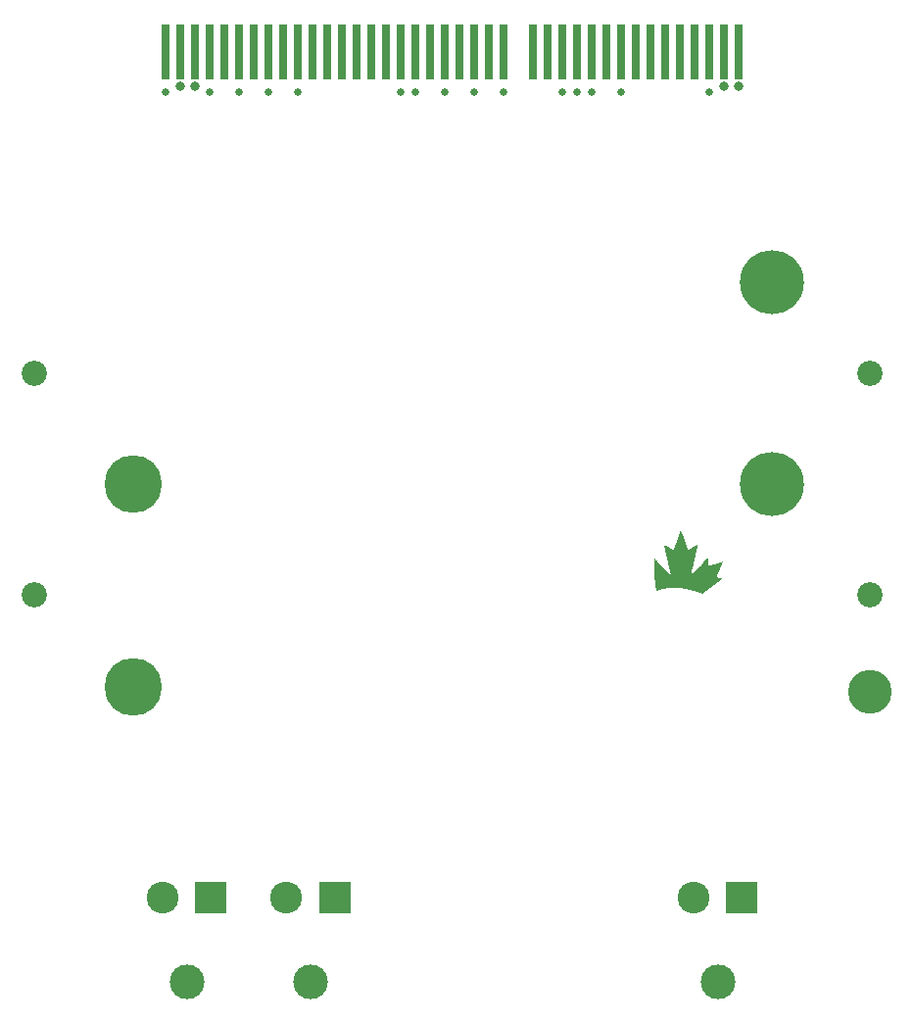
<source format=gbr>
%TF.GenerationSoftware,Altium Limited,Altium Designer,22.11.1 (43)*%
G04 Layer_Color=16711935*
%FSLAX45Y45*%
%MOMM*%
%TF.SameCoordinates,CC3570FD-A2D7-4FBA-AFAC-830B96578B4B*%
%TF.FilePolarity,Negative*%
%TF.FileFunction,Soldermask,Bot*%
%TF.Part,Single*%
G01*
G75*
%TA.AperFunction,ComponentPad*%
%ADD15C,3.00000*%
%ADD16R,2.75000X2.75000*%
%ADD17C,2.75000*%
%TA.AperFunction,SMDPad,CuDef*%
%ADD31R,0.73320X4.77520*%
%TA.AperFunction,ComponentPad*%
%ADD32C,2.18320*%
%ADD33C,3.77320*%
%ADD34C,5.52820*%
%ADD35C,4.97320*%
%TA.AperFunction,ViaPad*%
%ADD36C,0.64720*%
%ADD37C,0.83820*%
G36*
X6772764Y5623706D02*
X6773798Y5621119D01*
X6774316Y5619049D01*
X6776903Y5612323D01*
X6777938Y5608700D01*
X6778714Y5607924D01*
X6779490Y5605078D01*
X6781560Y5600422D01*
X6782077Y5597835D01*
X6784147Y5593178D01*
X6784664Y5591108D01*
X6785699Y5588521D01*
X6786475Y5586710D01*
X6787251Y5583347D01*
X6788804Y5580760D01*
X6789321Y5578172D01*
X6790873Y5574551D01*
X6791908Y5571963D01*
X6792426Y5569894D01*
X6793978Y5566272D01*
X6794495Y5564202D01*
X6796306Y5559804D01*
X6797082Y5556958D01*
X6799152Y5552302D01*
X6800187Y5548162D01*
X6801222Y5547127D01*
X6801739Y5544540D01*
X6803809Y5539883D01*
X6804326Y5536779D01*
X6805361Y5534192D01*
X6806396Y5533157D01*
X6806913Y5530052D01*
X6807948Y5527465D01*
X6808725Y5526689D01*
X6809242Y5524619D01*
X6810018Y5521256D01*
X6810794Y5520480D01*
X6811570Y5517634D01*
X6812864Y5514271D01*
X6814675Y5509356D01*
X6815192Y5507286D01*
X6816227Y5506251D01*
X6816745Y5503664D01*
X6818814Y5499007D01*
X6819849Y5494868D01*
X6821143Y5492022D01*
X6821919Y5489176D01*
X6822954Y5486589D01*
X6823730Y5485813D01*
X6824506Y5482450D01*
X6826576Y5477793D01*
X6827610Y5473653D01*
X6828645Y5472618D01*
X6829163Y5469514D01*
X6830456Y5466668D01*
X6831750Y5463305D01*
X6832785Y5459683D01*
X6835113Y5457872D01*
X6839253Y5459942D01*
X6857880Y5469773D01*
X6860467Y5471325D01*
X6863830Y5473136D01*
X6867193Y5474429D01*
X6868228Y5475464D01*
X6869263Y5475982D01*
X6871850Y5477016D01*
X6872885Y5478051D01*
X6873920Y5478569D01*
X6876507Y5479604D01*
X6881164Y5482191D01*
X6883751Y5483743D01*
X6885820Y5484261D01*
X6887114Y5485554D01*
X6889960Y5486330D01*
X6890995Y5487365D01*
X6893582Y5488917D01*
X6896945Y5490728D01*
X6899791Y5491504D01*
X6901343Y5493057D01*
X6902378Y5493574D01*
X6904965Y5494609D01*
X6906000Y5495644D01*
X6908587Y5496161D01*
X6909622Y5497196D01*
X6914279Y5499783D01*
X6916866Y5500301D01*
X6917642Y5499524D01*
X6916607Y5497455D01*
X6916090Y5495385D01*
X6915572Y5491763D01*
X6915055Y5489693D01*
X6914020Y5487106D01*
X6913503Y5482450D01*
X6912468Y5478827D01*
X6911692Y5475982D01*
X6910915Y5471066D01*
X6909622Y5466668D01*
X6908846Y5463822D01*
X6908328Y5460200D01*
X6907035Y5455802D01*
X6906517Y5453733D01*
X6906000Y5449593D01*
X6905483Y5447006D01*
X6904448Y5444419D01*
X6903671Y5439503D01*
X6901860Y5433553D01*
X6901084Y5428638D01*
X6900308Y5425792D01*
X6899273Y5421652D01*
X6898497Y5416737D01*
X6897721Y5414409D01*
X6896945Y5411563D01*
X6896428Y5409493D01*
X6895910Y5405871D01*
X6895134Y5403543D01*
X6894099Y5399403D01*
X6893323Y5394488D01*
X6892029Y5390090D01*
X6891512Y5387503D01*
X6890995Y5384398D01*
X6890218Y5381035D01*
X6889184Y5378447D01*
X6888666Y5374308D01*
X6888149Y5372238D01*
X6886855Y5367840D01*
X6886079Y5362925D01*
X6885562Y5360855D01*
X6884009Y5355164D01*
X6883492Y5351541D01*
X6882975Y5349472D01*
X6881940Y5346885D01*
X6881422Y5342745D01*
X6880905Y5340676D01*
X6879611Y5336278D01*
X6878577Y5330069D01*
X6878059Y5327481D01*
X6877024Y5324894D01*
X6876248Y5319979D01*
X6874954Y5315581D01*
X6874179Y5312735D01*
X6873661Y5309113D01*
X6873143Y5307043D01*
X6872368Y5304197D01*
X6871074Y5296695D01*
X6870039Y5294108D01*
X6869522Y5292556D01*
X6869004Y5288416D01*
X6868487Y5286346D01*
X6867711Y5284018D01*
X6867193Y5281948D01*
X6866417Y5278585D01*
X6865900Y5274963D01*
X6865123Y5272635D01*
X6864606Y5270565D01*
X6863830Y5265650D01*
X6863313Y5263580D01*
X6861760Y5258406D01*
X6861243Y5254784D01*
X6860725Y5252714D01*
X6859173Y5247022D01*
X6858656Y5243400D01*
X6858138Y5241331D01*
X6857362Y5238485D01*
X6856586Y5235122D01*
X6856069Y5233569D01*
X6856327Y5231758D01*
X6858397Y5231241D01*
X6859691Y5234087D01*
X6866417Y5240813D01*
X6866934Y5241848D01*
X6867969Y5242365D01*
X6869263Y5244176D01*
X6871074Y5245470D01*
X6871591Y5246505D01*
X6872368Y5247281D01*
X6873402Y5247798D01*
X6873661Y5248574D01*
X6875213Y5250127D01*
X6875731Y5251162D01*
X6877024Y5252455D01*
X6878059Y5252973D01*
X6878318Y5253749D01*
X6879611Y5255042D01*
X6880646Y5255560D01*
X6880905Y5256336D01*
X6882975Y5258406D01*
X6883492Y5259440D01*
X6889442Y5265391D01*
X6891771Y5268237D01*
X6892288Y5269271D01*
X6893064Y5269530D01*
X6894617Y5271600D01*
X6895651Y5272117D01*
X6896428Y5272893D01*
X6896945Y5273928D01*
X6897721Y5274187D01*
X6899273Y5276774D01*
X6900308Y5277291D01*
X6901084Y5278068D01*
X6901602Y5279102D01*
X6903154Y5280137D01*
X6904448Y5281948D01*
X6905483Y5282466D01*
X6906776Y5284794D01*
X6907811Y5285312D01*
X6909104Y5287123D01*
X6910139Y5287640D01*
X6911174Y5289192D01*
X6912985Y5290486D01*
X6913503Y5291521D01*
X6915055Y5293073D01*
X6915572Y5294108D01*
X6922816Y5301352D01*
X6923334Y5302386D01*
X6930060Y5309113D01*
X6930577Y5310148D01*
X6936269Y5315840D01*
X6936786Y5316874D01*
X6945065Y5325153D01*
X6945583Y5326188D01*
X6949722Y5330327D01*
X6951016Y5332138D01*
X6952050Y5332656D01*
X6953344Y5334467D01*
X6953861Y5335501D01*
X6961105Y5342745D01*
X6961623Y5343780D01*
X6962658Y5344298D01*
X6963175Y5345332D01*
X6968349Y5350507D01*
X6968867Y5351541D01*
X6977146Y5359820D01*
X6977663Y5360855D01*
X6984389Y5367582D01*
X6985942Y5370169D01*
X6991375Y5375602D01*
X6993962Y5378706D01*
X6994996Y5379224D01*
X6995255Y5380000D01*
X6999912Y5384657D01*
X7000429Y5385692D01*
X7001723Y5386985D01*
X7002758Y5386468D01*
X7003534Y5383622D01*
X7004052Y5376895D01*
X7004827Y5374567D01*
X7005345Y5369910D01*
X7005862Y5364736D01*
X7006380Y5360597D01*
X7006897Y5358009D01*
X7007415Y5355940D01*
X7007932Y5351800D01*
X7008450Y5346109D01*
X7008967Y5341969D01*
X7009484Y5339900D01*
X7010002Y5336795D01*
X7010778Y5326705D01*
X7011295Y5325153D01*
X7011813Y5321531D01*
X7013106Y5318685D01*
X7014141Y5318168D01*
X7016728Y5319203D01*
X7019315Y5319720D01*
X7021385Y5320238D01*
X7025007Y5321790D01*
X7028629Y5322307D01*
X7030699Y5322825D01*
X7034321Y5324377D01*
X7037425Y5324894D01*
X7039754Y5325671D01*
X7042341Y5326705D01*
X7046739Y5327481D01*
X7050361Y5329034D01*
X7053465Y5329551D01*
X7055535Y5330069D01*
X7059157Y5331621D01*
X7062261Y5332138D01*
X7064331Y5332656D01*
X7067177Y5333949D01*
X7071057Y5334725D01*
X7073904Y5335501D01*
X7077267Y5336795D01*
X7081406Y5337830D01*
X7084769Y5339123D01*
X7089167Y5339900D01*
X7092531Y5341193D01*
X7097963Y5342487D01*
X7100809Y5343780D01*
X7106760Y5345074D01*
X7110382Y5346626D01*
X7113486Y5347143D01*
X7116332Y5347920D01*
X7118919Y5348955D01*
X7122800Y5349731D01*
X7125128Y5350507D01*
X7128491Y5351800D01*
X7130044Y5352318D01*
X7132372Y5352059D01*
X7132889Y5351024D01*
X7131855Y5347402D01*
X7130044Y5344039D01*
X7129268Y5340676D01*
X7128491Y5339900D01*
X7127198Y5336536D01*
X7126680Y5334467D01*
X7125128Y5332914D01*
X7124611Y5329810D01*
X7123059Y5327223D01*
X7122541Y5326188D01*
X7122024Y5324118D01*
X7120730Y5321272D01*
X7118919Y5316357D01*
X7117884Y5315322D01*
X7117367Y5313252D01*
X7116332Y5310665D01*
X7115556Y5309889D01*
X7114780Y5307043D01*
X7112193Y5301352D01*
X7111675Y5299282D01*
X7110640Y5298247D01*
X7110123Y5296177D01*
X7107536Y5290486D01*
X7107019Y5288416D01*
X7105466Y5285829D01*
X7104949Y5284277D01*
X7103397Y5280655D01*
X7102362Y5278068D01*
X7100809Y5274446D01*
X7099774Y5271859D01*
X7099257Y5269789D01*
X7098481Y5269013D01*
X7097187Y5265650D01*
X7096670Y5263580D01*
X7095635Y5262545D01*
X7095118Y5261510D01*
X7094600Y5259440D01*
X7093307Y5256595D01*
X7092013Y5253231D01*
X7090202Y5249868D01*
X7089426Y5246505D01*
X7088650Y5245729D01*
X7087356Y5242365D01*
X7085287Y5237709D01*
X7083734Y5234087D01*
X7083217Y5233052D01*
X7080630Y5227360D01*
X7080113Y5224256D01*
X7078560Y5222704D01*
X7078819Y5220893D01*
X7081406Y5219858D01*
X7084252Y5218564D01*
X7086839Y5218047D01*
X7089943Y5217529D01*
X7092531Y5216494D01*
X7097963Y5215201D01*
X7100809Y5214425D01*
X7104173Y5213131D01*
X7107795Y5212614D01*
X7111417Y5211061D01*
X7115039Y5210544D01*
X7117108Y5210027D01*
X7120471Y5208733D01*
X7124352Y5207957D01*
X7127198Y5207181D01*
X7127715Y5206146D01*
X7127198Y5204076D01*
X7125128Y5203041D01*
X7122282Y5200713D01*
X7121248Y5200196D01*
X7120213Y5199161D01*
X7119178Y5198643D01*
X7117626Y5197091D01*
X7115039Y5195539D01*
X7114004Y5194504D01*
X7111417Y5192952D01*
X7109864Y5191399D01*
X7108829Y5190882D01*
X7107277Y5189330D01*
X7104690Y5187778D01*
X7103655Y5186742D01*
X7101068Y5185190D01*
X7099516Y5183638D01*
X7098481Y5183121D01*
X7097446Y5182086D01*
X7094600Y5180275D01*
X7091754Y5177946D01*
X7090720Y5177429D01*
X7089167Y5175877D01*
X7088133Y5175359D01*
X7087098Y5174324D01*
X7084511Y5172772D01*
X7084252Y5171996D01*
X7080889Y5170185D01*
X7079854Y5169150D01*
X7078819Y5168633D01*
X7077267Y5167081D01*
X7074680Y5165528D01*
X7073127Y5163976D01*
X7072093Y5163459D01*
X7071057Y5162424D01*
X7068470Y5160872D01*
X7066918Y5159319D01*
X7064331Y5157767D01*
X7062779Y5156215D01*
X7061744Y5155697D01*
X7060709Y5154662D01*
X7058122Y5153110D01*
X7056570Y5151558D01*
X7055535Y5151040D01*
X7054500Y5150006D01*
X7051913Y5148453D01*
X7050878Y5147418D01*
X7048291Y5145866D01*
X7047515Y5145090D01*
X7046998Y5144055D01*
X7045187Y5143279D01*
X7044152Y5142244D01*
X7041565Y5140692D01*
X7040530Y5139657D01*
X7037942Y5138105D01*
X7037684Y5137329D01*
X7035356Y5136035D01*
X7034321Y5135000D01*
X7031733Y5133448D01*
X7030699Y5132413D01*
X7027853Y5130602D01*
X7027335Y5129567D01*
X7022420Y5126204D01*
X7021385Y5125687D01*
X7019833Y5124135D01*
X7018798Y5123617D01*
X7017763Y5122582D01*
X7015176Y5121030D01*
X7014141Y5119995D01*
X7011554Y5118443D01*
X7010002Y5116890D01*
X7008967Y5116373D01*
X7007415Y5114821D01*
X7004827Y5113269D01*
X7003793Y5112234D01*
X7001206Y5110681D01*
X6999653Y5109129D01*
X6998618Y5108612D01*
X6997325Y5107318D01*
X6994220Y5105249D01*
X6987753Y5100333D01*
X6984131Y5097746D01*
X6979474Y5094124D01*
X6978439Y5093607D01*
X6977404Y5092572D01*
X6974817Y5091020D01*
X6973782Y5089985D01*
X6971971Y5088691D01*
X6969126Y5086363D01*
X6968090Y5085845D01*
X6967056Y5084811D01*
X6964469Y5083258D01*
X6962916Y5081706D01*
X6961881Y5081188D01*
X6960847Y5080154D01*
X6958260Y5078601D01*
X6957225Y5077049D01*
X6954120Y5076532D01*
X6950757Y5078343D01*
X6947394Y5079119D01*
X6944807Y5080154D01*
X6944030Y5080930D01*
X6940667Y5081706D01*
X6936010Y5083775D01*
X6933941Y5084293D01*
X6930319Y5085845D01*
X6926179Y5086880D01*
X6923334Y5088174D01*
X6920488Y5088950D01*
X6916866Y5089985D01*
X6916090Y5090761D01*
X6910139Y5092054D01*
X6909104Y5093089D01*
X6904965Y5094124D01*
X6900567Y5095935D01*
X6896169Y5096711D01*
X6893323Y5098005D01*
X6890477Y5098781D01*
X6888408Y5099298D01*
X6884786Y5100851D01*
X6880646Y5101368D01*
X6875989Y5103438D01*
X6871850Y5103955D01*
X6869522Y5104731D01*
X6866934Y5105766D01*
X6863830Y5106283D01*
X6861243Y5106801D01*
X6857103Y5108353D01*
X6852188Y5109129D01*
X6848825Y5110423D01*
X6845462Y5111199D01*
X6841840Y5111716D01*
X6839770Y5112234D01*
X6837183Y5113269D01*
X6832526Y5113786D01*
X6828387Y5114821D01*
X6825799Y5115856D01*
X6820108Y5116373D01*
X6818038Y5116890D01*
X6815192Y5117667D01*
X6813123Y5118184D01*
X6806655Y5118960D01*
X6803809Y5119737D01*
X6798117Y5120771D01*
X6792426Y5121289D01*
X6787510Y5122065D01*
X6784664Y5122841D01*
X6780525Y5123358D01*
X6774833Y5123876D01*
X6770176Y5124393D01*
X6768107Y5124911D01*
X6766813Y5124652D01*
X6764226Y5125687D01*
X6752843Y5126204D01*
X6751291Y5126722D01*
X6736803Y5127239D01*
X6735250Y5127757D01*
X6687648Y5128274D01*
X6686095Y5127757D01*
X6680404Y5127239D01*
X6666951Y5126204D01*
X6655568Y5125169D01*
X6652722Y5124393D01*
X6648065Y5123876D01*
X6642373Y5123358D01*
X6640303Y5122841D01*
X6635129Y5121806D01*
X6630214Y5121030D01*
X6626592Y5120512D01*
X6622194Y5119219D01*
X6617278Y5118443D01*
X6610034Y5116373D01*
X6606412Y5115856D01*
X6603049Y5114562D01*
X6599168Y5113786D01*
X6596323Y5113010D01*
X6593736Y5111975D01*
X6590372Y5111199D01*
X6588303Y5110681D01*
X6585457Y5109388D01*
X6582611Y5108612D01*
X6578989Y5107577D01*
X6578213Y5106801D01*
X6574850Y5106025D01*
X6570193Y5103955D01*
X6568123Y5103438D01*
X6564501Y5101885D01*
X6561914Y5101368D01*
X6561138Y5102144D01*
X6560620Y5105249D01*
X6559327Y5108612D01*
X6558033Y5116114D01*
X6556481Y5119737D01*
X6555964Y5125946D01*
X6554670Y5130344D01*
X6554153Y5132931D01*
X6553635Y5137070D01*
X6552859Y5142503D01*
X6552083Y5145349D01*
X6551566Y5147418D01*
X6550790Y5156473D01*
X6550013Y5159319D01*
X6548979Y5167598D01*
X6548202Y5178722D01*
X6547426Y5181568D01*
X6546391Y5195021D01*
X6545874Y5205887D01*
X6545356Y5220375D01*
X6544839Y5237450D01*
X6544322Y5240037D01*
X6543287Y5295919D01*
X6542511Y5382069D01*
X6544839Y5382328D01*
X6545615Y5381552D01*
X6546133Y5380517D01*
X6547168Y5379483D01*
X6548461Y5377671D01*
X6549496Y5377154D01*
X6550790Y5375860D01*
X6551307Y5374826D01*
X6552083Y5374567D01*
X6552859Y5373791D01*
X6553377Y5372756D01*
X6558033Y5368099D01*
X6558551Y5367064D01*
X6559327Y5366806D01*
X6560103Y5366029D01*
X6560620Y5364995D01*
X6562690Y5362925D01*
X6563208Y5361890D01*
X6569934Y5355164D01*
X6570451Y5354129D01*
X6577696Y5346885D01*
X6578213Y5345850D01*
X6585457Y5338606D01*
X6585974Y5337571D01*
X6592701Y5330845D01*
X6593218Y5329810D01*
X6595288Y5327740D01*
X6595805Y5326705D01*
X6602532Y5319979D01*
X6603049Y5318944D01*
X6609776Y5312217D01*
X6610293Y5311183D01*
X6617537Y5303939D01*
X6618054Y5302904D01*
X6623487Y5297471D01*
X6625816Y5294625D01*
X6626333Y5293590D01*
X6627885Y5292556D01*
X6628403Y5291521D01*
X6629179Y5290745D01*
X6630214Y5290227D01*
X6630472Y5289451D01*
X6633060Y5286864D01*
X6633577Y5285829D01*
X6634612Y5285312D01*
X6635129Y5284277D01*
X6636423Y5282983D01*
X6637458Y5282466D01*
X6637716Y5281690D01*
X6639010Y5280396D01*
X6640045Y5279879D01*
X6640303Y5279102D01*
X6641856Y5277550D01*
X6642373Y5276515D01*
X6650135Y5268754D01*
X6650652Y5267719D01*
X6656861Y5261510D01*
X6657378Y5260475D01*
X6660483Y5257371D01*
X6661000Y5256336D01*
X6661777Y5256077D01*
X6663846Y5254008D01*
X6665916Y5250903D01*
X6666951Y5250385D01*
X6667986Y5248833D01*
X6669797Y5247540D01*
X6670314Y5246505D01*
X6671090Y5245729D01*
X6672125Y5245211D01*
X6672384Y5244435D01*
X6674454Y5242365D01*
X6674971Y5241331D01*
X6675747Y5240554D01*
X6676782Y5240037D01*
X6677817Y5238485D01*
X6679627Y5237191D01*
X6680145Y5236156D01*
X6681697Y5234604D01*
X6682215Y5233569D01*
X6684543Y5231758D01*
X6686095Y5231241D01*
X6686354Y5232017D01*
X6685578Y5234863D01*
X6684802Y5239261D01*
X6684284Y5241331D01*
X6683250Y5243918D01*
X6682732Y5248574D01*
X6682215Y5250644D01*
X6680921Y5255042D01*
X6679886Y5261251D01*
X6679369Y5263321D01*
X6678334Y5265908D01*
X6677558Y5270824D01*
X6677040Y5272893D01*
X6676264Y5275222D01*
X6675747Y5277291D01*
X6674971Y5283242D01*
X6673677Y5286605D01*
X6672384Y5294108D01*
X6671090Y5297471D01*
X6670314Y5302386D01*
X6669797Y5304456D01*
X6668762Y5308078D01*
X6668244Y5309630D01*
X6667727Y5314805D01*
X6666433Y5318168D01*
X6665916Y5320755D01*
X6665140Y5325153D01*
X6663846Y5329551D01*
X6663329Y5331621D01*
X6662553Y5336536D01*
X6662035Y5338606D01*
X6661000Y5341193D01*
X6660483Y5345332D01*
X6659448Y5349472D01*
X6658413Y5353094D01*
X6657896Y5355164D01*
X6657378Y5358786D01*
X6656861Y5360855D01*
X6655826Y5363442D01*
X6655309Y5368099D01*
X6654274Y5372238D01*
Y5372756D01*
X6653498Y5374567D01*
X6652722Y5379483D01*
X6651428Y5383881D01*
X6650652Y5386726D01*
X6650135Y5390348D01*
X6649617Y5392418D01*
X6648841Y5394746D01*
X6648324Y5396816D01*
X6647548Y5402766D01*
X6646254Y5406130D01*
X6645478Y5410010D01*
X6644960Y5413632D01*
X6643667Y5416996D01*
X6642891Y5421911D01*
X6642373Y5423981D01*
X6641597Y5426827D01*
X6641080Y5428896D01*
X6640303Y5433812D01*
X6638751Y5438986D01*
X6638234Y5441056D01*
X6637716Y5444678D01*
X6636423Y5449076D01*
X6635905Y5451145D01*
X6635129Y5456061D01*
X6633836Y5460459D01*
X6632801Y5466668D01*
X6632025Y5469514D01*
X6630990Y5472101D01*
X6630472Y5476241D01*
X6629955Y5478310D01*
X6629179Y5481156D01*
X6627885Y5486589D01*
X6627368Y5490211D01*
X6626333Y5492798D01*
X6625816Y5496420D01*
X6625298Y5497972D01*
X6625557Y5500301D01*
X6627109Y5500818D01*
X6628144Y5499783D01*
X6636940Y5495126D01*
X6641597Y5492539D01*
X6644184Y5490987D01*
X6646771Y5489952D01*
X6651946Y5486848D01*
X6652980Y5486330D01*
X6655568Y5485295D01*
X6660224Y5482708D01*
X6662811Y5481156D01*
X6665398Y5480121D01*
X6666175Y5479345D01*
X6669020Y5478569D01*
X6670055Y5477534D01*
X6676782Y5473912D01*
X6679369Y5472877D01*
X6679627Y5472101D01*
X6681439Y5471325D01*
X6684802Y5469514D01*
X6688165Y5468220D01*
X6689459Y5466927D01*
X6692822Y5465633D01*
X6693857Y5464598D01*
X6694892Y5464081D01*
X6702653Y5460459D01*
X6704205Y5458907D01*
X6708344Y5458389D01*
X6709638Y5459683D01*
X6710155Y5462787D01*
X6711190Y5465375D01*
X6711967Y5466151D01*
X6712743Y5469514D01*
X6714812Y5474171D01*
X6715330Y5476241D01*
X6716365Y5478827D01*
X6717141Y5480639D01*
X6717917Y5484002D01*
X6719469Y5486589D01*
X6719987Y5489693D01*
X6721798Y5493057D01*
X6722574Y5496420D01*
X6723867Y5499266D01*
X6725161Y5502629D01*
X6725678Y5504699D01*
X6726972Y5507544D01*
X6727748Y5510390D01*
X6729818Y5515047D01*
X6730852Y5519187D01*
X6731887Y5520221D01*
X6732405Y5522808D01*
X6734992Y5529535D01*
X6735509Y5531605D01*
X6736803Y5533933D01*
X6737579Y5536779D01*
X6739131Y5540401D01*
X6739649Y5542470D01*
X6741718Y5547127D01*
X6742236Y5549197D01*
X6743012Y5551525D01*
X6744564Y5555665D01*
X6745340Y5559028D01*
X6746116Y5559804D01*
X6747410Y5563167D01*
X6747927Y5565237D01*
X6749221Y5567565D01*
X6749997Y5570929D01*
X6752067Y5575585D01*
X6752584Y5577655D01*
X6754654Y5582829D01*
X6755689Y5586451D01*
X6756465Y5587228D01*
X6757241Y5590073D01*
X6757758Y5592143D01*
X6759311Y5594730D01*
X6759828Y5597835D01*
X6761122Y5600680D01*
X6762415Y5604044D01*
X6763967Y5607666D01*
X6764485Y5610253D01*
X6766037Y5613875D01*
X6767072Y5616462D01*
X6767589Y5618532D01*
X6769142Y5622154D01*
X6770176Y5625775D01*
X6771470Y5626034D01*
X6772764Y5623706D01*
D02*
G37*
D15*
X7088500Y1720000D02*
D03*
X3570000D02*
D03*
X2500000D02*
D03*
D16*
X7298500Y2450000D02*
D03*
X3780000D02*
D03*
X2710000D02*
D03*
D17*
X6878500D02*
D03*
X3360000D02*
D03*
X2290000D02*
D03*
D31*
X5238700Y9760000D02*
D03*
X7270700D02*
D03*
X7143700D02*
D03*
X7016700D02*
D03*
X6889700D02*
D03*
X6762700D02*
D03*
X6635700D02*
D03*
X6508700D02*
D03*
X6381700D02*
D03*
X6254700D02*
D03*
X6127700D02*
D03*
X6000700D02*
D03*
X5873700D02*
D03*
X5746700D02*
D03*
X5619700D02*
D03*
X5492700D02*
D03*
X5111700D02*
D03*
X4984700D02*
D03*
X4857700D02*
D03*
X4730700D02*
D03*
X4603700D02*
D03*
X4476700D02*
D03*
X4349700D02*
D03*
X4222700D02*
D03*
X4095700D02*
D03*
X3968700D02*
D03*
X3841700D02*
D03*
X3714700D02*
D03*
X3587700D02*
D03*
X3460700D02*
D03*
X3333700D02*
D03*
X3206700D02*
D03*
X3079700D02*
D03*
X2952700D02*
D03*
X2825700D02*
D03*
X2698700D02*
D03*
X2571700D02*
D03*
X2444700D02*
D03*
X2317700D02*
D03*
D32*
X8405250Y6979000D02*
D03*
Y5066000D02*
D03*
X1183250Y6979000D02*
D03*
Y5066000D02*
D03*
D33*
X8405250Y4229000D02*
D03*
D34*
X7554250Y7771000D02*
D03*
Y6024000D02*
D03*
D35*
X2034250Y4271000D02*
D03*
Y6024000D02*
D03*
D36*
X7016700Y9410000D02*
D03*
X6254700D02*
D03*
X6000700D02*
D03*
X5873700D02*
D03*
X5746700D02*
D03*
X5238700D02*
D03*
X4984700D02*
D03*
X4730700D02*
D03*
X4476700D02*
D03*
X4349700D02*
D03*
X3460700D02*
D03*
X3206700D02*
D03*
X2952700D02*
D03*
X2698700D02*
D03*
X2317700D02*
D03*
D37*
X2444700Y9460000D02*
D03*
X2571700D02*
D03*
X7270700D02*
D03*
X7143700D02*
D03*
%TF.MD5,2e134988b1a97735a1d290e8e999829b*%
M02*

</source>
